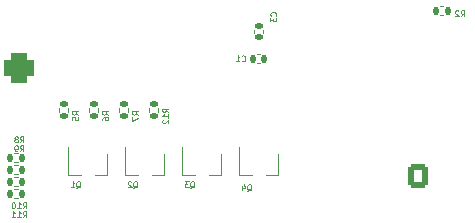
<source format=gbr>
%TF.GenerationSoftware,KiCad,Pcbnew,(6.0.8)*%
%TF.CreationDate,2023-03-24T12:53:59-04:00*%
%TF.ProjectId,Amicro_tst,416d6963-726f-45f7-9473-742e6b696361,rev?*%
%TF.SameCoordinates,Original*%
%TF.FileFunction,Legend,Bot*%
%TF.FilePolarity,Positive*%
%FSLAX46Y46*%
G04 Gerber Fmt 4.6, Leading zero omitted, Abs format (unit mm)*
G04 Created by KiCad (PCBNEW (6.0.8)) date 2023-03-24 12:53:59*
%MOMM*%
%LPD*%
G01*
G04 APERTURE LIST*
G04 Aperture macros list*
%AMRoundRect*
0 Rectangle with rounded corners*
0 $1 Rounding radius*
0 $2 $3 $4 $5 $6 $7 $8 $9 X,Y pos of 4 corners*
0 Add a 4 corners polygon primitive as box body*
4,1,4,$2,$3,$4,$5,$6,$7,$8,$9,$2,$3,0*
0 Add four circle primitives for the rounded corners*
1,1,$1+$1,$2,$3*
1,1,$1+$1,$4,$5*
1,1,$1+$1,$6,$7*
1,1,$1+$1,$8,$9*
0 Add four rect primitives between the rounded corners*
20,1,$1+$1,$2,$3,$4,$5,0*
20,1,$1+$1,$4,$5,$6,$7,0*
20,1,$1+$1,$6,$7,$8,$9,0*
20,1,$1+$1,$8,$9,$2,$3,0*%
G04 Aperture macros list end*
%ADD10C,0.100000*%
%ADD11C,0.050000*%
%ADD12C,0.120000*%
%ADD13R,1.000000X1.000000*%
%ADD14C,3.800000*%
%ADD15R,0.850000X0.850000*%
%ADD16O,0.850000X0.850000*%
%ADD17R,1.600000X1.600000*%
%ADD18O,1.600000X1.600000*%
%ADD19RoundRect,0.250000X0.600000X0.725000X-0.600000X0.725000X-0.600000X-0.725000X0.600000X-0.725000X0*%
%ADD20O,1.700000X1.950000*%
%ADD21C,0.800000*%
%ADD22C,1.500000*%
%ADD23RoundRect,0.650000X0.650000X-0.650000X0.650000X0.650000X-0.650000X0.650000X-0.650000X-0.650000X0*%
%ADD24C,2.600000*%
%ADD25R,0.800000X1.800000*%
%ADD26RoundRect,0.135000X-0.135000X-0.185000X0.135000X-0.185000X0.135000X0.185000X-0.135000X0.185000X0*%
%ADD27RoundRect,0.135000X-0.185000X0.135000X-0.185000X-0.135000X0.185000X-0.135000X0.185000X0.135000X0*%
%ADD28RoundRect,0.140000X-0.170000X0.140000X-0.170000X-0.140000X0.170000X-0.140000X0.170000X0.140000X0*%
%ADD29RoundRect,0.140000X-0.140000X-0.170000X0.140000X-0.170000X0.140000X0.170000X-0.140000X0.170000X0*%
G04 APERTURE END LIST*
D10*
%TO.C,Q4*%
X129511619Y-125927809D02*
X129559238Y-125904000D01*
X129606857Y-125856380D01*
X129678285Y-125784952D01*
X129725904Y-125761142D01*
X129773523Y-125761142D01*
X129749714Y-125880190D02*
X129797333Y-125856380D01*
X129844952Y-125808761D01*
X129868761Y-125713523D01*
X129868761Y-125546857D01*
X129844952Y-125451619D01*
X129797333Y-125404000D01*
X129749714Y-125380190D01*
X129654476Y-125380190D01*
X129606857Y-125404000D01*
X129559238Y-125451619D01*
X129535428Y-125546857D01*
X129535428Y-125713523D01*
X129559238Y-125808761D01*
X129606857Y-125856380D01*
X129654476Y-125880190D01*
X129749714Y-125880190D01*
X129106857Y-125546857D02*
X129106857Y-125880190D01*
X129225904Y-125356380D02*
X129344952Y-125713523D01*
X129035428Y-125713523D01*
D11*
%TO.C,R10*%
X110517428Y-127404190D02*
X110684095Y-127166095D01*
X110803142Y-127404190D02*
X110803142Y-126904190D01*
X110612666Y-126904190D01*
X110565047Y-126928000D01*
X110541238Y-126951809D01*
X110517428Y-126999428D01*
X110517428Y-127070857D01*
X110541238Y-127118476D01*
X110565047Y-127142285D01*
X110612666Y-127166095D01*
X110803142Y-127166095D01*
X110041238Y-127404190D02*
X110326952Y-127404190D01*
X110184095Y-127404190D02*
X110184095Y-126904190D01*
X110231714Y-126975619D01*
X110279333Y-127023238D01*
X110326952Y-127047047D01*
X109731714Y-126904190D02*
X109684095Y-126904190D01*
X109636476Y-126928000D01*
X109612666Y-126951809D01*
X109588857Y-126999428D01*
X109565047Y-127094666D01*
X109565047Y-127213714D01*
X109588857Y-127308952D01*
X109612666Y-127356571D01*
X109636476Y-127380380D01*
X109684095Y-127404190D01*
X109731714Y-127404190D01*
X109779333Y-127380380D01*
X109803142Y-127356571D01*
X109826952Y-127308952D01*
X109850761Y-127213714D01*
X109850761Y-127094666D01*
X109826952Y-126999428D01*
X109803142Y-126951809D01*
X109779333Y-126928000D01*
X109731714Y-126904190D01*
%TO.C,R2*%
X147581333Y-111148190D02*
X147748000Y-110910095D01*
X147867047Y-111148190D02*
X147867047Y-110648190D01*
X147676571Y-110648190D01*
X147628952Y-110672000D01*
X147605142Y-110695809D01*
X147581333Y-110743428D01*
X147581333Y-110814857D01*
X147605142Y-110862476D01*
X147628952Y-110886285D01*
X147676571Y-110910095D01*
X147867047Y-110910095D01*
X147390857Y-110695809D02*
X147367047Y-110672000D01*
X147319428Y-110648190D01*
X147200380Y-110648190D01*
X147152761Y-110672000D01*
X147128952Y-110695809D01*
X147105142Y-110743428D01*
X147105142Y-110791047D01*
X147128952Y-110862476D01*
X147414666Y-111148190D01*
X147105142Y-111148190D01*
%TO.C,R5*%
X115212190Y-119474666D02*
X114974095Y-119308000D01*
X115212190Y-119188952D02*
X114712190Y-119188952D01*
X114712190Y-119379428D01*
X114736000Y-119427047D01*
X114759809Y-119450857D01*
X114807428Y-119474666D01*
X114878857Y-119474666D01*
X114926476Y-119450857D01*
X114950285Y-119427047D01*
X114974095Y-119379428D01*
X114974095Y-119188952D01*
X114712190Y-119927047D02*
X114712190Y-119688952D01*
X114950285Y-119665142D01*
X114926476Y-119688952D01*
X114902666Y-119736571D01*
X114902666Y-119855619D01*
X114926476Y-119903238D01*
X114950285Y-119927047D01*
X114997904Y-119950857D01*
X115116952Y-119950857D01*
X115164571Y-119927047D01*
X115188380Y-119903238D01*
X115212190Y-119855619D01*
X115212190Y-119736571D01*
X115188380Y-119688952D01*
X115164571Y-119665142D01*
%TO.C,R11*%
X110517428Y-128166190D02*
X110684095Y-127928095D01*
X110803142Y-128166190D02*
X110803142Y-127666190D01*
X110612666Y-127666190D01*
X110565047Y-127690000D01*
X110541238Y-127713809D01*
X110517428Y-127761428D01*
X110517428Y-127832857D01*
X110541238Y-127880476D01*
X110565047Y-127904285D01*
X110612666Y-127928095D01*
X110803142Y-127928095D01*
X110041238Y-128166190D02*
X110326952Y-128166190D01*
X110184095Y-128166190D02*
X110184095Y-127666190D01*
X110231714Y-127737619D01*
X110279333Y-127785238D01*
X110326952Y-127809047D01*
X109565047Y-128166190D02*
X109850761Y-128166190D01*
X109707904Y-128166190D02*
X109707904Y-127666190D01*
X109755523Y-127737619D01*
X109803142Y-127785238D01*
X109850761Y-127809047D01*
%TO.C,R8*%
X110279333Y-121816190D02*
X110446000Y-121578095D01*
X110565047Y-121816190D02*
X110565047Y-121316190D01*
X110374571Y-121316190D01*
X110326952Y-121340000D01*
X110303142Y-121363809D01*
X110279333Y-121411428D01*
X110279333Y-121482857D01*
X110303142Y-121530476D01*
X110326952Y-121554285D01*
X110374571Y-121578095D01*
X110565047Y-121578095D01*
X109993619Y-121530476D02*
X110041238Y-121506666D01*
X110065047Y-121482857D01*
X110088857Y-121435238D01*
X110088857Y-121411428D01*
X110065047Y-121363809D01*
X110041238Y-121340000D01*
X109993619Y-121316190D01*
X109898380Y-121316190D01*
X109850761Y-121340000D01*
X109826952Y-121363809D01*
X109803142Y-121411428D01*
X109803142Y-121435238D01*
X109826952Y-121482857D01*
X109850761Y-121506666D01*
X109898380Y-121530476D01*
X109993619Y-121530476D01*
X110041238Y-121554285D01*
X110065047Y-121578095D01*
X110088857Y-121625714D01*
X110088857Y-121720952D01*
X110065047Y-121768571D01*
X110041238Y-121792380D01*
X109993619Y-121816190D01*
X109898380Y-121816190D01*
X109850761Y-121792380D01*
X109826952Y-121768571D01*
X109803142Y-121720952D01*
X109803142Y-121625714D01*
X109826952Y-121578095D01*
X109850761Y-121554285D01*
X109898380Y-121530476D01*
%TO.C,R7*%
X120292190Y-119474666D02*
X120054095Y-119308000D01*
X120292190Y-119188952D02*
X119792190Y-119188952D01*
X119792190Y-119379428D01*
X119816000Y-119427047D01*
X119839809Y-119450857D01*
X119887428Y-119474666D01*
X119958857Y-119474666D01*
X120006476Y-119450857D01*
X120030285Y-119427047D01*
X120054095Y-119379428D01*
X120054095Y-119188952D01*
X119792190Y-119641333D02*
X119792190Y-119974666D01*
X120292190Y-119760380D01*
D10*
%TO.C,Q3*%
X124685619Y-125673809D02*
X124733238Y-125650000D01*
X124780857Y-125602380D01*
X124852285Y-125530952D01*
X124899904Y-125507142D01*
X124947523Y-125507142D01*
X124923714Y-125626190D02*
X124971333Y-125602380D01*
X125018952Y-125554761D01*
X125042761Y-125459523D01*
X125042761Y-125292857D01*
X125018952Y-125197619D01*
X124971333Y-125150000D01*
X124923714Y-125126190D01*
X124828476Y-125126190D01*
X124780857Y-125150000D01*
X124733238Y-125197619D01*
X124709428Y-125292857D01*
X124709428Y-125459523D01*
X124733238Y-125554761D01*
X124780857Y-125602380D01*
X124828476Y-125626190D01*
X124923714Y-125626190D01*
X124542761Y-125126190D02*
X124233238Y-125126190D01*
X124399904Y-125316666D01*
X124328476Y-125316666D01*
X124280857Y-125340476D01*
X124257047Y-125364285D01*
X124233238Y-125411904D01*
X124233238Y-125530952D01*
X124257047Y-125578571D01*
X124280857Y-125602380D01*
X124328476Y-125626190D01*
X124471333Y-125626190D01*
X124518952Y-125602380D01*
X124542761Y-125578571D01*
D11*
%TO.C,C3*%
X131928571Y-111092666D02*
X131952380Y-111068857D01*
X131976190Y-110997428D01*
X131976190Y-110949809D01*
X131952380Y-110878380D01*
X131904761Y-110830761D01*
X131857142Y-110806952D01*
X131761904Y-110783142D01*
X131690476Y-110783142D01*
X131595238Y-110806952D01*
X131547619Y-110830761D01*
X131500000Y-110878380D01*
X131476190Y-110949809D01*
X131476190Y-110997428D01*
X131500000Y-111068857D01*
X131523809Y-111092666D01*
X131476190Y-111259333D02*
X131476190Y-111568857D01*
X131666666Y-111402190D01*
X131666666Y-111473619D01*
X131690476Y-111521238D01*
X131714285Y-111545047D01*
X131761904Y-111568857D01*
X131880952Y-111568857D01*
X131928571Y-111545047D01*
X131952380Y-111521238D01*
X131976190Y-111473619D01*
X131976190Y-111330761D01*
X131952380Y-111283142D01*
X131928571Y-111259333D01*
%TO.C,R12*%
X122832190Y-119236571D02*
X122594095Y-119069904D01*
X122832190Y-118950857D02*
X122332190Y-118950857D01*
X122332190Y-119141333D01*
X122356000Y-119188952D01*
X122379809Y-119212761D01*
X122427428Y-119236571D01*
X122498857Y-119236571D01*
X122546476Y-119212761D01*
X122570285Y-119188952D01*
X122594095Y-119141333D01*
X122594095Y-118950857D01*
X122832190Y-119712761D02*
X122832190Y-119427047D01*
X122832190Y-119569904D02*
X122332190Y-119569904D01*
X122403619Y-119522285D01*
X122451238Y-119474666D01*
X122475047Y-119427047D01*
X122379809Y-119903238D02*
X122356000Y-119927047D01*
X122332190Y-119974666D01*
X122332190Y-120093714D01*
X122356000Y-120141333D01*
X122379809Y-120165142D01*
X122427428Y-120188952D01*
X122475047Y-120188952D01*
X122546476Y-120165142D01*
X122832190Y-119879428D01*
X122832190Y-120188952D01*
%TO.C,R9*%
X110279333Y-122578190D02*
X110446000Y-122340095D01*
X110565047Y-122578190D02*
X110565047Y-122078190D01*
X110374571Y-122078190D01*
X110326952Y-122102000D01*
X110303142Y-122125809D01*
X110279333Y-122173428D01*
X110279333Y-122244857D01*
X110303142Y-122292476D01*
X110326952Y-122316285D01*
X110374571Y-122340095D01*
X110565047Y-122340095D01*
X110041238Y-122578190D02*
X109946000Y-122578190D01*
X109898380Y-122554380D01*
X109874571Y-122530571D01*
X109826952Y-122459142D01*
X109803142Y-122363904D01*
X109803142Y-122173428D01*
X109826952Y-122125809D01*
X109850761Y-122102000D01*
X109898380Y-122078190D01*
X109993619Y-122078190D01*
X110041238Y-122102000D01*
X110065047Y-122125809D01*
X110088857Y-122173428D01*
X110088857Y-122292476D01*
X110065047Y-122340095D01*
X110041238Y-122363904D01*
X109993619Y-122387714D01*
X109898380Y-122387714D01*
X109850761Y-122363904D01*
X109826952Y-122340095D01*
X109803142Y-122292476D01*
D10*
%TO.C,C1*%
X129039333Y-114910571D02*
X129063142Y-114934380D01*
X129134571Y-114958190D01*
X129182190Y-114958190D01*
X129253619Y-114934380D01*
X129301238Y-114886761D01*
X129325047Y-114839142D01*
X129348857Y-114743904D01*
X129348857Y-114672476D01*
X129325047Y-114577238D01*
X129301238Y-114529619D01*
X129253619Y-114482000D01*
X129182190Y-114458190D01*
X129134571Y-114458190D01*
X129063142Y-114482000D01*
X129039333Y-114505809D01*
X128563142Y-114958190D02*
X128848857Y-114958190D01*
X128706000Y-114958190D02*
X128706000Y-114458190D01*
X128753619Y-114529619D01*
X128801238Y-114577238D01*
X128848857Y-114601047D01*
%TO.C,Q1*%
X115033619Y-125673809D02*
X115081238Y-125650000D01*
X115128857Y-125602380D01*
X115200285Y-125530952D01*
X115247904Y-125507142D01*
X115295523Y-125507142D01*
X115271714Y-125626190D02*
X115319333Y-125602380D01*
X115366952Y-125554761D01*
X115390761Y-125459523D01*
X115390761Y-125292857D01*
X115366952Y-125197619D01*
X115319333Y-125150000D01*
X115271714Y-125126190D01*
X115176476Y-125126190D01*
X115128857Y-125150000D01*
X115081238Y-125197619D01*
X115057428Y-125292857D01*
X115057428Y-125459523D01*
X115081238Y-125554761D01*
X115128857Y-125602380D01*
X115176476Y-125626190D01*
X115271714Y-125626190D01*
X114581238Y-125626190D02*
X114866952Y-125626190D01*
X114724095Y-125626190D02*
X114724095Y-125126190D01*
X114771714Y-125197619D01*
X114819333Y-125245238D01*
X114866952Y-125269047D01*
%TO.C,Q2*%
X119859619Y-125673809D02*
X119907238Y-125650000D01*
X119954857Y-125602380D01*
X120026285Y-125530952D01*
X120073904Y-125507142D01*
X120121523Y-125507142D01*
X120097714Y-125626190D02*
X120145333Y-125602380D01*
X120192952Y-125554761D01*
X120216761Y-125459523D01*
X120216761Y-125292857D01*
X120192952Y-125197619D01*
X120145333Y-125150000D01*
X120097714Y-125126190D01*
X120002476Y-125126190D01*
X119954857Y-125150000D01*
X119907238Y-125197619D01*
X119883428Y-125292857D01*
X119883428Y-125459523D01*
X119907238Y-125554761D01*
X119954857Y-125602380D01*
X120002476Y-125626190D01*
X120097714Y-125626190D01*
X119692952Y-125173809D02*
X119669142Y-125150000D01*
X119621523Y-125126190D01*
X119502476Y-125126190D01*
X119454857Y-125150000D01*
X119431047Y-125173809D01*
X119407238Y-125221428D01*
X119407238Y-125269047D01*
X119431047Y-125340476D01*
X119716761Y-125626190D01*
X119407238Y-125626190D01*
D11*
%TO.C,R6*%
X117752190Y-119472666D02*
X117514095Y-119306000D01*
X117752190Y-119186952D02*
X117252190Y-119186952D01*
X117252190Y-119377428D01*
X117276000Y-119425047D01*
X117299809Y-119448857D01*
X117347428Y-119472666D01*
X117418857Y-119472666D01*
X117466476Y-119448857D01*
X117490285Y-119425047D01*
X117514095Y-119377428D01*
X117514095Y-119186952D01*
X117252190Y-119901238D02*
X117252190Y-119806000D01*
X117276000Y-119758380D01*
X117299809Y-119734571D01*
X117371238Y-119686952D01*
X117466476Y-119663142D01*
X117656952Y-119663142D01*
X117704571Y-119686952D01*
X117728380Y-119710761D01*
X117752190Y-119758380D01*
X117752190Y-119853619D01*
X117728380Y-119901238D01*
X117704571Y-119925047D01*
X117656952Y-119948857D01*
X117537904Y-119948857D01*
X117490285Y-119925047D01*
X117466476Y-119901238D01*
X117442666Y-119853619D01*
X117442666Y-119758380D01*
X117466476Y-119710761D01*
X117490285Y-119686952D01*
X117537904Y-119663142D01*
D12*
%TO.C,Q4*%
X132130000Y-122772000D02*
X132130000Y-124572000D01*
X128830000Y-122172000D02*
X128830000Y-124572000D01*
X132130000Y-124572000D02*
X131080000Y-124572000D01*
X128830000Y-124572000D02*
X129880000Y-124572000D01*
%TO.C,R10*%
X109788359Y-124768000D02*
X110095641Y-124768000D01*
X109788359Y-125528000D02*
X110095641Y-125528000D01*
%TO.C,R2*%
X145820359Y-111048000D02*
X146127641Y-111048000D01*
X145820359Y-110288000D02*
X146127641Y-110288000D01*
%TO.C,R5*%
X114350000Y-118894359D02*
X114350000Y-119201641D01*
X113590000Y-118894359D02*
X113590000Y-119201641D01*
%TO.C,R11*%
X109788359Y-126546000D02*
X110095641Y-126546000D01*
X109788359Y-125786000D02*
X110095641Y-125786000D01*
%TO.C,R8*%
X109788359Y-122734000D02*
X110095641Y-122734000D01*
X109788359Y-123494000D02*
X110095641Y-123494000D01*
%TO.C,R7*%
X119430000Y-118894359D02*
X119430000Y-119201641D01*
X118670000Y-118894359D02*
X118670000Y-119201641D01*
%TO.C,Q3*%
X124004000Y-122172000D02*
X124004000Y-124572000D01*
X127304000Y-124572000D02*
X126254000Y-124572000D01*
X124004000Y-124572000D02*
X125054000Y-124572000D01*
X127304000Y-122772000D02*
X127304000Y-124572000D01*
%TO.C,C3*%
X130120000Y-112338164D02*
X130120000Y-112553836D01*
X130840000Y-112338164D02*
X130840000Y-112553836D01*
%TO.C,R12*%
X121970000Y-118896359D02*
X121970000Y-119203641D01*
X121210000Y-118896359D02*
X121210000Y-119203641D01*
%TO.C,R9*%
X109788359Y-123750000D02*
X110095641Y-123750000D01*
X109788359Y-124510000D02*
X110095641Y-124510000D01*
%TO.C,C1*%
X130372164Y-115092000D02*
X130587836Y-115092000D01*
X130372164Y-114372000D02*
X130587836Y-114372000D01*
%TO.C,Q1*%
X114352000Y-122172000D02*
X114352000Y-124572000D01*
X114352000Y-124572000D02*
X115402000Y-124572000D01*
X117652000Y-124572000D02*
X116602000Y-124572000D01*
X117652000Y-122772000D02*
X117652000Y-124572000D01*
%TO.C,Q2*%
X119178000Y-122172000D02*
X119178000Y-124572000D01*
X119178000Y-124572000D02*
X120228000Y-124572000D01*
X122478000Y-122772000D02*
X122478000Y-124572000D01*
X122478000Y-124572000D02*
X121428000Y-124572000D01*
%TO.C,R6*%
X116890000Y-118894359D02*
X116890000Y-119201641D01*
X116130000Y-118894359D02*
X116130000Y-119201641D01*
%TD*%
%LPC*%
D13*
%TO.C,TP(14)*%
X113970000Y-106096000D03*
%TD*%
D14*
%TO.C,2.2mm*%
X157150000Y-125019000D03*
%TD*%
D13*
%TO.C,TP(6)*%
X134798000Y-105842000D03*
%TD*%
%TO.C,TP(26)*%
X141910000Y-119812000D03*
%TD*%
D15*
%TO.C,J5+*%
X107910000Y-125962500D03*
D16*
X107910000Y-124962500D03*
X107910000Y-123962500D03*
X107910000Y-122962500D03*
%TD*%
D17*
%TO.C,U2*%
X158664000Y-108900000D03*
D18*
X156124000Y-108900000D03*
X153584000Y-108900000D03*
X151044000Y-108900000D03*
X151044000Y-116520000D03*
X153584000Y-116520000D03*
X156124000Y-116520000D03*
X158664000Y-116520000D03*
%TD*%
D14*
%TO.C,2.2mm*%
X157150000Y-103937000D03*
%TD*%
D15*
%TO.C,J3-*%
X111938000Y-126162000D03*
D16*
X111938000Y-125162000D03*
X111938000Y-124162000D03*
X111938000Y-123162000D03*
X111938000Y-122162000D03*
%TD*%
D13*
%TO.C,TP(uc)*%
X148260000Y-122606000D03*
%TD*%
D19*
%TO.C,J1*%
X143942000Y-124638000D03*
D20*
X141442000Y-124638000D03*
X138942000Y-124638000D03*
X136442000Y-124638000D03*
%TD*%
D13*
%TO.C,TP(uc)*%
X150800000Y-122606000D03*
%TD*%
%TO.C,TP(12)*%
X119050000Y-106096000D03*
%TD*%
%TO.C,TP(19)*%
X130480000Y-119558000D03*
%TD*%
D21*
%TO.C,SW1*%
X143434000Y-105334000D03*
%TD*%
D13*
%TO.C,TP(4)*%
X139370000Y-105842000D03*
%TD*%
%TO.C,TP(24)*%
X136830000Y-119812000D03*
%TD*%
%TO.C,TP(25)*%
X139370000Y-119812000D03*
%TD*%
%TO.C,TP(uc)*%
X153340000Y-122606000D03*
%TD*%
D22*
%TO.C,Y1*%
X124130000Y-103302000D03*
X129010000Y-103302000D03*
%TD*%
D23*
%TO.C,J4*%
X110160000Y-115494000D03*
D24*
X110160000Y-110414000D03*
%TD*%
D13*
%TO.C,TP(7)*%
X137084000Y-105842000D03*
%TD*%
D14*
%TO.C,2.2mm*%
X109398000Y-103937000D03*
%TD*%
D15*
%TO.C,J2*%
X145434000Y-102576000D03*
D16*
X144434000Y-102576000D03*
X143434000Y-102576000D03*
X142434000Y-102576000D03*
X141434000Y-102576000D03*
%TD*%
D17*
%TO.C,U1*%
X146990000Y-108890000D03*
D18*
X144450000Y-108890000D03*
X141910000Y-108890000D03*
X139370000Y-108890000D03*
X136830000Y-108890000D03*
X134290000Y-108890000D03*
X131750000Y-108890000D03*
X129210000Y-108890000D03*
X126670000Y-108890000D03*
X124130000Y-108890000D03*
X121590000Y-108890000D03*
X119050000Y-108890000D03*
X116510000Y-108890000D03*
X113970000Y-108890000D03*
X113970000Y-116510000D03*
X116510000Y-116510000D03*
X119050000Y-116510000D03*
X121590000Y-116510000D03*
X124130000Y-116510000D03*
X126670000Y-116510000D03*
X129210000Y-116510000D03*
X131750000Y-116510000D03*
X134290000Y-116510000D03*
X136830000Y-116510000D03*
X139370000Y-116510000D03*
X141910000Y-116510000D03*
X144450000Y-116510000D03*
X146990000Y-116510000D03*
%TD*%
D13*
%TO.C,TP(13)*%
X116510000Y-106096000D03*
%TD*%
D25*
%TO.C,Q4*%
X129530000Y-121972000D03*
X131430000Y-121972000D03*
X130480000Y-125272000D03*
%TD*%
D26*
%TO.C,R10*%
X109432000Y-125148000D03*
X110452000Y-125148000D03*
%TD*%
%TO.C,R2*%
X145464000Y-110668000D03*
X146484000Y-110668000D03*
%TD*%
D27*
%TO.C,R5*%
X113970000Y-118538000D03*
X113970000Y-119558000D03*
%TD*%
D26*
%TO.C,R11*%
X109432000Y-126166000D03*
X110452000Y-126166000D03*
%TD*%
%TO.C,R8*%
X109432000Y-123114000D03*
X110452000Y-123114000D03*
%TD*%
D27*
%TO.C,R7*%
X119050000Y-118538000D03*
X119050000Y-119558000D03*
%TD*%
D25*
%TO.C,Q3*%
X125654000Y-125272000D03*
X126604000Y-121972000D03*
X124704000Y-121972000D03*
%TD*%
D28*
%TO.C,C3*%
X130480000Y-111966000D03*
X130480000Y-112926000D03*
%TD*%
D27*
%TO.C,R12*%
X121590000Y-118540000D03*
X121590000Y-119560000D03*
%TD*%
D26*
%TO.C,R9*%
X109432000Y-124130000D03*
X110452000Y-124130000D03*
%TD*%
D29*
%TO.C,C1*%
X130960000Y-114732000D03*
X130000000Y-114732000D03*
%TD*%
D25*
%TO.C,Q1*%
X115052000Y-121972000D03*
X116952000Y-121972000D03*
X116002000Y-125272000D03*
%TD*%
%TO.C,Q2*%
X119878000Y-121972000D03*
X121778000Y-121972000D03*
X120828000Y-125272000D03*
%TD*%
D27*
%TO.C,R6*%
X116510000Y-118538000D03*
X116510000Y-119558000D03*
%TD*%
M02*

</source>
